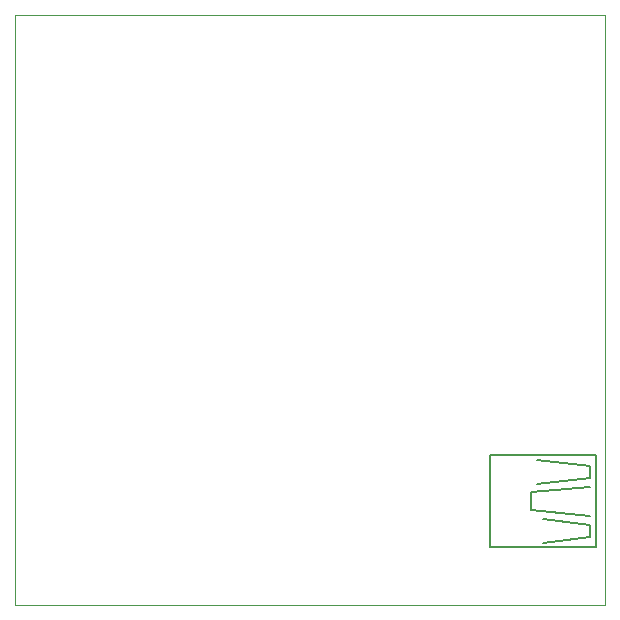
<source format=gbo>
G75*
%MOIN*%
%OFA0B0*%
%FSLAX25Y25*%
%IPPOS*%
%LPD*%
%AMOC8*
5,1,8,0,0,1.08239X$1,22.5*
%
%ADD10C,0.00000*%
%ADD11C,0.00500*%
D10*
X0001500Y0001500D02*
X0001500Y0198350D01*
X0198350Y0198350D01*
X0198350Y0001500D01*
X0001500Y0001500D01*
D11*
X0159906Y0020772D02*
X0195339Y0020772D01*
X0195339Y0051480D01*
X0159906Y0051480D01*
X0159906Y0020772D01*
X0173685Y0033173D02*
X0173685Y0039079D01*
X0193370Y0041047D01*
X0193370Y0044000D02*
X0175654Y0042031D01*
X0175654Y0049906D02*
X0193370Y0047937D01*
X0193370Y0044000D01*
X0193370Y0031205D02*
X0173685Y0033173D01*
X0177622Y0030220D02*
X0193370Y0028252D01*
X0193370Y0024315D01*
X0177622Y0022346D01*
M02*

</source>
